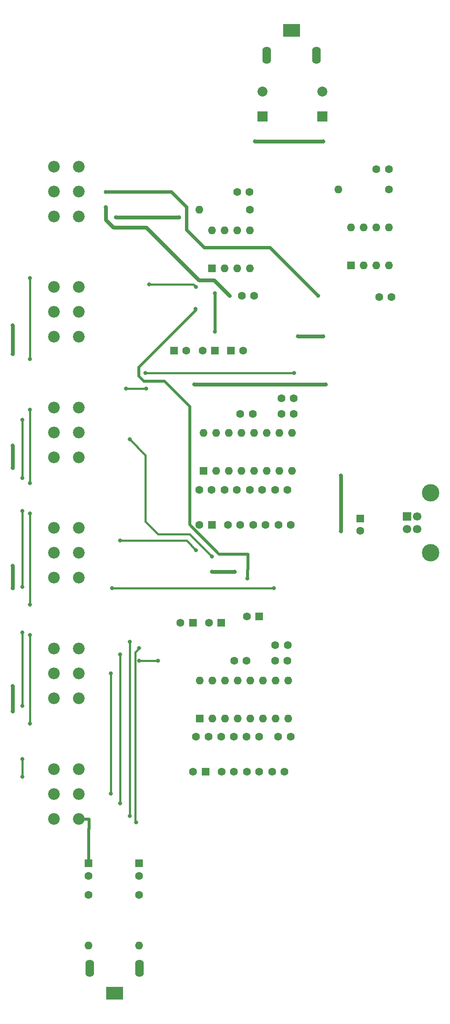
<source format=gbr>
G04 #@! TF.GenerationSoftware,KiCad,Pcbnew,5.0.0-fee4fd1~65~ubuntu16.04.1*
G04 #@! TF.CreationDate,2018-09-14T16:14:09+03:00*
G04 #@! TF.ProjectId,la3600_equalizer_amp,6C61333630305F657175616C697A6572,rev?*
G04 #@! TF.SameCoordinates,Original*
G04 #@! TF.FileFunction,Copper,L2,Bot,Signal*
G04 #@! TF.FilePolarity,Positive*
%FSLAX46Y46*%
G04 Gerber Fmt 4.6, Leading zero omitted, Abs format (unit mm)*
G04 Created by KiCad (PCBNEW 5.0.0-fee4fd1~65~ubuntu16.04.1) date Fri Sep 14 16:14:09 2018*
%MOMM*%
%LPD*%
G01*
G04 APERTURE LIST*
G04 #@! TA.AperFunction,ComponentPad*
%ADD10C,2.340000*%
G04 #@! TD*
G04 #@! TA.AperFunction,ComponentPad*
%ADD11R,1.600000X1.600000*%
G04 #@! TD*
G04 #@! TA.AperFunction,ComponentPad*
%ADD12C,1.600000*%
G04 #@! TD*
G04 #@! TA.AperFunction,ComponentPad*
%ADD13C,2.000000*%
G04 #@! TD*
G04 #@! TA.AperFunction,ComponentPad*
%ADD14R,2.000000X2.000000*%
G04 #@! TD*
G04 #@! TA.AperFunction,ComponentPad*
%ADD15O,1.750000X3.500000*%
G04 #@! TD*
G04 #@! TA.AperFunction,ComponentPad*
%ADD16R,3.500000X2.500000*%
G04 #@! TD*
G04 #@! TA.AperFunction,ComponentPad*
%ADD17R,1.700000X1.700000*%
G04 #@! TD*
G04 #@! TA.AperFunction,ComponentPad*
%ADD18C,1.700000*%
G04 #@! TD*
G04 #@! TA.AperFunction,ComponentPad*
%ADD19C,3.500000*%
G04 #@! TD*
G04 #@! TA.AperFunction,ComponentPad*
%ADD20O,1.600000X1.600000*%
G04 #@! TD*
G04 #@! TA.AperFunction,ViaPad*
%ADD21C,0.800000*%
G04 #@! TD*
G04 #@! TA.AperFunction,Conductor*
%ADD22C,0.400000*%
G04 #@! TD*
G04 #@! TA.AperFunction,Conductor*
%ADD23C,0.800000*%
G04 #@! TD*
G04 #@! TA.AperFunction,Conductor*
%ADD24C,0.600000*%
G04 #@! TD*
G04 #@! TA.AperFunction,Conductor*
%ADD25C,0.700000*%
G04 #@! TD*
G04 APERTURE END LIST*
D10*
G04 #@! TO.P,22K4,4*
G04 #@! TO.N,Net-(22K1-Pad4)*
X41830000Y-96113600D03*
G04 #@! TO.P,22K4,5*
G04 #@! TO.N,Net-(22K4-Pad5)*
X41830000Y-101113600D03*
G04 #@! TO.P,22K4,6*
G04 #@! TO.N,Net-(22K1-Pad6)*
X41830000Y-106113600D03*
G04 #@! TO.P,22K4,1*
G04 #@! TO.N,Net-(22K1-Pad1)*
X36830000Y-96113600D03*
G04 #@! TO.P,22K4,2*
G04 #@! TO.N,Net-(22K4-Pad2)*
X36830000Y-101113600D03*
G04 #@! TO.P,22K4,3*
G04 #@! TO.N,Net-(22K1-Pad3)*
X36830000Y-106113600D03*
G04 #@! TD*
G04 #@! TO.P,22K2,4*
G04 #@! TO.N,Net-(22K1-Pad4)*
X41830000Y-144475200D03*
G04 #@! TO.P,22K2,5*
G04 #@! TO.N,Net-(22K2-Pad5)*
X41830000Y-149475200D03*
G04 #@! TO.P,22K2,6*
G04 #@! TO.N,Net-(22K1-Pad6)*
X41830000Y-154475200D03*
G04 #@! TO.P,22K2,1*
G04 #@! TO.N,Net-(22K1-Pad1)*
X36830000Y-144475200D03*
G04 #@! TO.P,22K2,2*
G04 #@! TO.N,Net-(22K2-Pad2)*
X36830000Y-149475200D03*
G04 #@! TO.P,22K2,3*
G04 #@! TO.N,Net-(22K1-Pad3)*
X36830000Y-154475200D03*
G04 #@! TD*
G04 #@! TO.P,22K1,3*
G04 #@! TO.N,Net-(22K1-Pad3)*
X36830000Y-178656000D03*
G04 #@! TO.P,22K1,2*
G04 #@! TO.N,Net-(22K1-Pad2)*
X36830000Y-173656000D03*
G04 #@! TO.P,22K1,1*
G04 #@! TO.N,Net-(22K1-Pad1)*
X36830000Y-168656000D03*
G04 #@! TO.P,22K1,6*
G04 #@! TO.N,Net-(22K1-Pad6)*
X41830000Y-178656000D03*
G04 #@! TO.P,22K1,5*
G04 #@! TO.N,Net-(22K1-Pad5)*
X41830000Y-173656000D03*
G04 #@! TO.P,22K1,4*
G04 #@! TO.N,Net-(22K1-Pad4)*
X41830000Y-168656000D03*
G04 #@! TD*
G04 #@! TO.P,22K3,3*
G04 #@! TO.N,Net-(22K1-Pad3)*
X36830000Y-130294400D03*
G04 #@! TO.P,22K3,2*
G04 #@! TO.N,Net-(22K3-Pad2)*
X36830000Y-125294400D03*
G04 #@! TO.P,22K3,1*
G04 #@! TO.N,Net-(22K1-Pad1)*
X36830000Y-120294400D03*
G04 #@! TO.P,22K3,6*
G04 #@! TO.N,Net-(22K1-Pad6)*
X41830000Y-130294400D03*
G04 #@! TO.P,22K3,5*
G04 #@! TO.N,Net-(22K3-Pad5)*
X41830000Y-125294400D03*
G04 #@! TO.P,22K3,4*
G04 #@! TO.N,Net-(22K1-Pad4)*
X41830000Y-120294400D03*
G04 #@! TD*
G04 #@! TO.P,22K5,3*
G04 #@! TO.N,Net-(22K1-Pad3)*
X36830000Y-81932800D03*
G04 #@! TO.P,22K5,2*
G04 #@! TO.N,Net-(22K5-Pad2)*
X36830000Y-76932800D03*
G04 #@! TO.P,22K5,1*
G04 #@! TO.N,Net-(22K1-Pad1)*
X36830000Y-71932800D03*
G04 #@! TO.P,22K5,6*
G04 #@! TO.N,Net-(22K1-Pad6)*
X41830000Y-81932800D03*
G04 #@! TO.P,22K5,5*
G04 #@! TO.N,Net-(22K5-Pad5)*
X41830000Y-76932800D03*
G04 #@! TO.P,22K5,4*
G04 #@! TO.N,Net-(22K1-Pad4)*
X41830000Y-71932800D03*
G04 #@! TD*
G04 #@! TO.P,22K6,4*
G04 #@! TO.N,Net-(22K6-Pad4)*
X41830000Y-47752000D03*
G04 #@! TO.P,22K6,5*
G04 #@! TO.N,Net-(22K6-Pad5)*
X41830000Y-52752000D03*
G04 #@! TO.P,22K6,6*
G04 #@! TO.N,GND*
X41830000Y-57752000D03*
G04 #@! TO.P,22K6,1*
G04 #@! TO.N,Net-(22K6-Pad1)*
X36830000Y-47752000D03*
G04 #@! TO.P,22K6,2*
G04 #@! TO.N,Net-(22K6-Pad2)*
X36830000Y-52752000D03*
G04 #@! TO.P,22K6,3*
G04 #@! TO.N,GND*
X36830000Y-57752000D03*
G04 #@! TD*
D11*
G04 #@! TO.P,C1,1*
G04 #@! TO.N,Vcc*
X98425000Y-118364000D03*
D12*
G04 #@! TO.P,C1,2*
G04 #@! TO.N,GND*
X98425000Y-120864000D03*
G04 #@! TD*
G04 #@! TO.P,C2,2*
G04 #@! TO.N,Net-(C2-Pad2)*
X53975000Y-190079000D03*
D11*
G04 #@! TO.P,C2,1*
G04 #@! TO.N,Net-(22K1-Pad3)*
X53975000Y-187579000D03*
G04 #@! TD*
G04 #@! TO.P,C3,1*
G04 #@! TO.N,Net-(22K1-Pad6)*
X43815000Y-187579000D03*
D12*
G04 #@! TO.P,C3,2*
G04 #@! TO.N,Net-(C3-Pad2)*
X43815000Y-190079000D03*
G04 #@! TD*
G04 #@! TO.P,C4,2*
G04 #@! TO.N,Net-(22K1-Pad2)*
X66080000Y-119634000D03*
D11*
G04 #@! TO.P,C4,1*
G04 #@! TO.N,Net-(C4-Pad1)*
X68580000Y-119634000D03*
G04 #@! TD*
D12*
G04 #@! TO.P,C5,2*
G04 #@! TO.N,Net-(22K2-Pad2)*
X71795000Y-119634000D03*
G04 #@! TO.P,C5,1*
G04 #@! TO.N,Net-(C5-Pad1)*
X74295000Y-119634000D03*
G04 #@! TD*
G04 #@! TO.P,C6,1*
G04 #@! TO.N,Net-(C10-Pad2)*
X79375000Y-119634000D03*
G04 #@! TO.P,C6,2*
G04 #@! TO.N,Net-(22K3-Pad2)*
X76875000Y-119634000D03*
G04 #@! TD*
G04 #@! TO.P,C7,1*
G04 #@! TO.N,Net-(C11-Pad2)*
X84455000Y-119634000D03*
G04 #@! TO.P,C7,2*
G04 #@! TO.N,Net-(22K4-Pad2)*
X81955000Y-119634000D03*
G04 #@! TD*
G04 #@! TO.P,C8,1*
G04 #@! TO.N,Net-(C8-Pad1)*
X66040000Y-112649000D03*
G04 #@! TO.P,C8,2*
G04 #@! TO.N,Net-(C4-Pad1)*
X68540000Y-112649000D03*
G04 #@! TD*
G04 #@! TO.P,C9,1*
G04 #@! TO.N,Net-(C9-Pad1)*
X71120000Y-112649000D03*
G04 #@! TO.P,C9,2*
G04 #@! TO.N,Net-(C5-Pad1)*
X73620000Y-112649000D03*
G04 #@! TD*
G04 #@! TO.P,C10,2*
G04 #@! TO.N,Net-(C10-Pad2)*
X78700000Y-112649000D03*
G04 #@! TO.P,C10,1*
G04 #@! TO.N,Net-(C10-Pad1)*
X76200000Y-112649000D03*
G04 #@! TD*
G04 #@! TO.P,C11,2*
G04 #@! TO.N,Net-(C11-Pad2)*
X83780000Y-112649000D03*
G04 #@! TO.P,C11,1*
G04 #@! TO.N,Net-(C11-Pad1)*
X81280000Y-112649000D03*
G04 #@! TD*
D11*
G04 #@! TO.P,C12,1*
G04 #@! TO.N,Net-(C12-Pad1)*
X67310000Y-169164000D03*
D12*
G04 #@! TO.P,C12,2*
G04 #@! TO.N,Net-(22K1-Pad5)*
X64810000Y-169164000D03*
G04 #@! TD*
G04 #@! TO.P,C13,2*
G04 #@! TO.N,Net-(22K2-Pad5)*
X70525000Y-169164000D03*
G04 #@! TO.P,C13,1*
G04 #@! TO.N,Net-(C13-Pad1)*
X73025000Y-169164000D03*
G04 #@! TD*
G04 #@! TO.P,C14,1*
G04 #@! TO.N,Net-(C14-Pad1)*
X78105000Y-169164000D03*
G04 #@! TO.P,C14,2*
G04 #@! TO.N,Net-(22K3-Pad5)*
X75605000Y-169164000D03*
G04 #@! TD*
G04 #@! TO.P,C15,1*
G04 #@! TO.N,Net-(C15-Pad1)*
X83185000Y-169164000D03*
G04 #@! TO.P,C15,2*
G04 #@! TO.N,Net-(22K4-Pad5)*
X80685000Y-169164000D03*
G04 #@! TD*
G04 #@! TO.P,C16,1*
G04 #@! TO.N,Net-(C16-Pad1)*
X65405000Y-162179000D03*
G04 #@! TO.P,C16,2*
G04 #@! TO.N,Net-(C12-Pad1)*
X67905000Y-162179000D03*
G04 #@! TD*
G04 #@! TO.P,C17,2*
G04 #@! TO.N,Net-(C13-Pad1)*
X72985000Y-162179000D03*
G04 #@! TO.P,C17,1*
G04 #@! TO.N,Net-(C17-Pad1)*
X70485000Y-162179000D03*
G04 #@! TD*
G04 #@! TO.P,C18,2*
G04 #@! TO.N,Net-(C14-Pad1)*
X78065000Y-162179000D03*
G04 #@! TO.P,C18,1*
G04 #@! TO.N,Net-(C18-Pad1)*
X75565000Y-162179000D03*
G04 #@! TD*
G04 #@! TO.P,C19,2*
G04 #@! TO.N,Net-(C15-Pad1)*
X84415000Y-162179000D03*
G04 #@! TO.P,C19,1*
G04 #@! TO.N,Net-(C19-Pad1)*
X81915000Y-162179000D03*
G04 #@! TD*
G04 #@! TO.P,C20,2*
G04 #@! TO.N,GND*
X66715000Y-84709000D03*
D11*
G04 #@! TO.P,C20,1*
G04 #@! TO.N,Vcc*
X69215000Y-84709000D03*
G04 #@! TD*
D12*
G04 #@! TO.P,C21,1*
G04 #@! TO.N,Net-(C21-Pad1)*
X82550000Y-97409000D03*
G04 #@! TO.P,C21,2*
G04 #@! TO.N,Net-(C21-Pad2)*
X85050000Y-97409000D03*
G04 #@! TD*
D11*
G04 #@! TO.P,C22,1*
G04 #@! TO.N,Vcc*
X70485000Y-139319000D03*
D12*
G04 #@! TO.P,C22,2*
G04 #@! TO.N,GND*
X67985000Y-139319000D03*
G04 #@! TD*
G04 #@! TO.P,C23,1*
G04 #@! TO.N,Net-(22K5-Pad2)*
X85050000Y-94234000D03*
G04 #@! TO.P,C23,2*
G04 #@! TO.N,Net-(C21-Pad1)*
X82550000Y-94234000D03*
G04 #@! TD*
G04 #@! TO.P,C24,2*
G04 #@! TO.N,GND*
X63460000Y-84709000D03*
D11*
G04 #@! TO.P,C24,1*
G04 #@! TO.N,Net-(C24-Pad1)*
X60960000Y-84709000D03*
G04 #@! TD*
D12*
G04 #@! TO.P,C25,1*
G04 #@! TO.N,Net-(C25-Pad1)*
X81280000Y-146939000D03*
G04 #@! TO.P,C25,2*
G04 #@! TO.N,Net-(C25-Pad2)*
X83780000Y-146939000D03*
G04 #@! TD*
G04 #@! TO.P,C26,1*
G04 #@! TO.N,Net-(C26-Pad1)*
X74295000Y-97409000D03*
G04 #@! TO.P,C26,2*
G04 #@! TO.N,Net-(22K1-Pad1)*
X76795000Y-97409000D03*
G04 #@! TD*
G04 #@! TO.P,C27,2*
G04 #@! TO.N,Net-(C25-Pad1)*
X81320000Y-143764000D03*
G04 #@! TO.P,C27,1*
G04 #@! TO.N,Net-(22K5-Pad5)*
X83820000Y-143764000D03*
G04 #@! TD*
G04 #@! TO.P,C28,2*
G04 #@! TO.N,GND*
X62270000Y-139319000D03*
D11*
G04 #@! TO.P,C28,1*
G04 #@! TO.N,Net-(C28-Pad1)*
X64770000Y-139319000D03*
G04 #@! TD*
D12*
G04 #@! TO.P,C29,2*
G04 #@! TO.N,Net-(22K1-Pad4)*
X75565000Y-146939000D03*
G04 #@! TO.P,C29,1*
G04 #@! TO.N,Net-(C29-Pad1)*
X73065000Y-146939000D03*
G04 #@! TD*
D11*
G04 #@! TO.P,C30,1*
G04 #@! TO.N,Net-(C26-Pad1)*
X72390000Y-84709000D03*
D12*
G04 #@! TO.P,C30,2*
G04 #@! TO.N,Net-(22K6-Pad1)*
X74890000Y-84709000D03*
G04 #@! TD*
D11*
G04 #@! TO.P,C31,1*
G04 #@! TO.N,Net-(C29-Pad1)*
X78105000Y-138049000D03*
D12*
G04 #@! TO.P,C31,2*
G04 #@! TO.N,Net-(22K6-Pad4)*
X75605000Y-138049000D03*
G04 #@! TD*
G04 #@! TO.P,C32,1*
G04 #@! TO.N,Net-(C32-Pad1)*
X77089000Y-73723500D03*
G04 #@! TO.P,C32,2*
G04 #@! TO.N,Net-(22K6-Pad2)*
X74589000Y-73723500D03*
G04 #@! TD*
G04 #@! TO.P,C33,2*
G04 #@! TO.N,Net-(22K6-Pad5)*
X102211500Y-73914000D03*
G04 #@! TO.P,C33,1*
G04 #@! TO.N,Net-(C33-Pad1)*
X104711500Y-73914000D03*
G04 #@! TD*
G04 #@! TO.P,C34,2*
G04 #@! TO.N,GND*
X76160000Y-52832000D03*
G04 #@! TO.P,C34,1*
G04 #@! TO.N,Net-(C34-Pad1)*
X73660000Y-52832000D03*
G04 #@! TD*
G04 #@! TO.P,C35,2*
G04 #@! TO.N,GND*
X104140000Y-48260000D03*
G04 #@! TO.P,C35,1*
G04 #@! TO.N,Net-(C35-Pad1)*
X101640000Y-48260000D03*
G04 #@! TD*
D13*
G04 #@! TO.P,C36,2*
G04 #@! TO.N,Net-(C36-Pad2)*
X78740000Y-32719000D03*
D14*
G04 #@! TO.P,C36,1*
G04 #@! TO.N,Net-(C36-Pad1)*
X78740000Y-37719000D03*
G04 #@! TD*
G04 #@! TO.P,C37,1*
G04 #@! TO.N,Net-(C37-Pad1)*
X90805000Y-37719000D03*
D13*
G04 #@! TO.P,C37,2*
G04 #@! TO.N,Net-(C37-Pad2)*
X90805000Y-32719000D03*
G04 #@! TD*
D15*
G04 #@! TO.P,J1,3*
G04 #@! TO.N,Net-(J1-Pad3)*
X54022000Y-208680000D03*
G04 #@! TO.P,J1,2*
G04 #@! TO.N,Net-(J1-Pad2)*
X44022000Y-208680000D03*
D16*
G04 #@! TO.P,J1,1*
G04 #@! TO.N,GND*
X49022000Y-213686000D03*
G04 #@! TD*
G04 #@! TO.P,J2,1*
G04 #@! TO.N,GND*
X84582000Y-20447000D03*
D15*
G04 #@! TO.P,J2,2*
G04 #@! TO.N,Net-(C36-Pad2)*
X89582000Y-25453000D03*
G04 #@! TO.P,J2,3*
G04 #@! TO.N,Net-(C37-Pad2)*
X79582000Y-25453000D03*
G04 #@! TD*
D17*
G04 #@! TO.P,J3,1*
G04 #@! TO.N,Vcc*
X107823000Y-117983000D03*
D18*
G04 #@! TO.P,J3,2*
G04 #@! TO.N,Net-(J3-Pad2)*
X107823000Y-120483000D03*
G04 #@! TO.P,J3,3*
G04 #@! TO.N,Net-(J3-Pad3)*
X109823000Y-120483000D03*
G04 #@! TO.P,J3,4*
G04 #@! TO.N,GND*
X109823000Y-117983000D03*
D19*
G04 #@! TO.P,J3,5*
G04 #@! TO.N,Net-(J3-Pad5)*
X112533000Y-113213000D03*
X112533000Y-125253000D03*
G04 #@! TD*
D12*
G04 #@! TO.P,R1,1*
G04 #@! TO.N,Net-(C2-Pad2)*
X53975000Y-193929000D03*
D20*
G04 #@! TO.P,R1,2*
G04 #@! TO.N,Net-(J1-Pad3)*
X53975000Y-204089000D03*
G04 #@! TD*
G04 #@! TO.P,R2,2*
G04 #@! TO.N,Net-(J1-Pad2)*
X43815000Y-204089000D03*
D12*
G04 #@! TO.P,R2,1*
G04 #@! TO.N,Net-(C3-Pad2)*
X43815000Y-193929000D03*
G04 #@! TD*
D20*
G04 #@! TO.P,R3,2*
G04 #@! TO.N,Net-(C34-Pad1)*
X66040000Y-56388000D03*
D12*
G04 #@! TO.P,R3,1*
G04 #@! TO.N,Net-(C36-Pad1)*
X76200000Y-56388000D03*
G04 #@! TD*
G04 #@! TO.P,R4,1*
G04 #@! TO.N,Net-(C37-Pad1)*
X104140000Y-52324000D03*
D20*
G04 #@! TO.P,R4,2*
G04 #@! TO.N,Net-(C35-Pad1)*
X93980000Y-52324000D03*
G04 #@! TD*
D11*
G04 #@! TO.P,U1,1*
G04 #@! TO.N,Net-(C8-Pad1)*
X66929000Y-108839000D03*
D20*
G04 #@! TO.P,U1,9*
G04 #@! TO.N,Net-(C21-Pad2)*
X84709000Y-101219000D03*
G04 #@! TO.P,U1,2*
G04 #@! TO.N,Net-(C4-Pad1)*
X69469000Y-108839000D03*
G04 #@! TO.P,U1,10*
G04 #@! TO.N,Net-(C21-Pad1)*
X82169000Y-101219000D03*
G04 #@! TO.P,U1,3*
G04 #@! TO.N,Net-(C9-Pad1)*
X72009000Y-108839000D03*
G04 #@! TO.P,U1,11*
G04 #@! TO.N,Net-(22K1-Pad3)*
X79629000Y-101219000D03*
G04 #@! TO.P,U1,4*
G04 #@! TO.N,Net-(C5-Pad1)*
X74549000Y-108839000D03*
G04 #@! TO.P,U1,12*
G04 #@! TO.N,Net-(22K1-Pad1)*
X77089000Y-101219000D03*
G04 #@! TO.P,U1,5*
G04 #@! TO.N,Net-(C10-Pad1)*
X77089000Y-108839000D03*
G04 #@! TO.P,U1,13*
G04 #@! TO.N,Net-(C26-Pad1)*
X74549000Y-101219000D03*
G04 #@! TO.P,U1,6*
G04 #@! TO.N,Net-(C10-Pad2)*
X79629000Y-108839000D03*
G04 #@! TO.P,U1,14*
G04 #@! TO.N,Vcc*
X72009000Y-101219000D03*
G04 #@! TO.P,U1,7*
G04 #@! TO.N,Net-(C11-Pad1)*
X82169000Y-108839000D03*
G04 #@! TO.P,U1,15*
G04 #@! TO.N,Net-(C24-Pad1)*
X69469000Y-101219000D03*
G04 #@! TO.P,U1,8*
G04 #@! TO.N,Net-(C11-Pad2)*
X84709000Y-108839000D03*
G04 #@! TO.P,U1,16*
G04 #@! TO.N,GND*
X66929000Y-101219000D03*
G04 #@! TD*
G04 #@! TO.P,U2,16*
G04 #@! TO.N,GND*
X66167000Y-150876000D03*
G04 #@! TO.P,U2,8*
G04 #@! TO.N,Net-(C15-Pad1)*
X83947000Y-158496000D03*
G04 #@! TO.P,U2,15*
G04 #@! TO.N,Net-(C28-Pad1)*
X68707000Y-150876000D03*
G04 #@! TO.P,U2,7*
G04 #@! TO.N,Net-(C19-Pad1)*
X81407000Y-158496000D03*
G04 #@! TO.P,U2,14*
G04 #@! TO.N,Vcc*
X71247000Y-150876000D03*
G04 #@! TO.P,U2,6*
G04 #@! TO.N,Net-(C14-Pad1)*
X78867000Y-158496000D03*
G04 #@! TO.P,U2,13*
G04 #@! TO.N,Net-(C29-Pad1)*
X73787000Y-150876000D03*
G04 #@! TO.P,U2,5*
G04 #@! TO.N,Net-(C18-Pad1)*
X76327000Y-158496000D03*
G04 #@! TO.P,U2,12*
G04 #@! TO.N,Net-(22K1-Pad4)*
X76327000Y-150876000D03*
G04 #@! TO.P,U2,4*
G04 #@! TO.N,Net-(C13-Pad1)*
X73787000Y-158496000D03*
G04 #@! TO.P,U2,11*
G04 #@! TO.N,Net-(22K1-Pad6)*
X78867000Y-150876000D03*
G04 #@! TO.P,U2,3*
G04 #@! TO.N,Net-(C17-Pad1)*
X71247000Y-158496000D03*
G04 #@! TO.P,U2,10*
G04 #@! TO.N,Net-(C25-Pad1)*
X81407000Y-150876000D03*
G04 #@! TO.P,U2,2*
G04 #@! TO.N,Net-(C12-Pad1)*
X68707000Y-158496000D03*
G04 #@! TO.P,U2,9*
G04 #@! TO.N,Net-(C25-Pad2)*
X83947000Y-150876000D03*
D11*
G04 #@! TO.P,U2,1*
G04 #@! TO.N,Net-(C16-Pad1)*
X66167000Y-158496000D03*
G04 #@! TD*
G04 #@! TO.P,U4,1*
G04 #@! TO.N,Net-(U4-Pad1)*
X96520000Y-67564000D03*
D20*
G04 #@! TO.P,U4,5*
G04 #@! TO.N,Net-(C37-Pad1)*
X104140000Y-59944000D03*
G04 #@! TO.P,U4,2*
G04 #@! TO.N,GND*
X99060000Y-67564000D03*
G04 #@! TO.P,U4,6*
G04 #@! TO.N,Vcc*
X101600000Y-59944000D03*
G04 #@! TO.P,U4,3*
G04 #@! TO.N,Net-(C33-Pad1)*
X101600000Y-67564000D03*
G04 #@! TO.P,U4,7*
G04 #@! TO.N,Net-(U4-Pad7)*
X99060000Y-59944000D03*
G04 #@! TO.P,U4,4*
G04 #@! TO.N,GND*
X104140000Y-67564000D03*
G04 #@! TO.P,U4,8*
G04 #@! TO.N,Net-(U4-Pad8)*
X96520000Y-59944000D03*
G04 #@! TD*
D11*
G04 #@! TO.P,U3,1*
G04 #@! TO.N,Net-(U3-Pad1)*
X68580000Y-68199000D03*
D20*
G04 #@! TO.P,U3,5*
G04 #@! TO.N,Net-(C36-Pad1)*
X76200000Y-60579000D03*
G04 #@! TO.P,U3,2*
G04 #@! TO.N,GND*
X71120000Y-68199000D03*
G04 #@! TO.P,U3,6*
G04 #@! TO.N,Vcc*
X73660000Y-60579000D03*
G04 #@! TO.P,U3,3*
G04 #@! TO.N,Net-(C32-Pad1)*
X73660000Y-68199000D03*
G04 #@! TO.P,U3,7*
G04 #@! TO.N,Net-(U3-Pad7)*
X71120000Y-60579000D03*
G04 #@! TO.P,U3,4*
G04 #@! TO.N,GND*
X76200000Y-68199000D03*
G04 #@! TO.P,U3,8*
G04 #@! TO.N,Net-(U3-Pad8)*
X68580000Y-60579000D03*
G04 #@! TD*
D21*
G04 #@! TO.N,Net-(22K1-Pad3)*
X55372000Y-92329000D03*
X51308000Y-92329000D03*
G04 #@! TO.N,Net-(22K1-Pad1)*
X28575000Y-157099000D03*
X28575000Y-152019000D03*
X28575000Y-132334000D03*
X28575000Y-127889000D03*
X28575000Y-108204000D03*
X28575000Y-103759000D03*
X28575000Y-85344000D03*
X28575000Y-79629000D03*
X65405000Y-71882000D03*
X56007000Y-71374000D03*
G04 #@! TO.N,Net-(22K1-Pad6)*
X30480000Y-170180000D03*
X30480000Y-166624000D03*
X30480000Y-132080000D03*
X30480000Y-110236000D03*
X30480000Y-98552000D03*
X30480000Y-116840000D03*
X30480000Y-155956000D03*
X30480000Y-141224000D03*
G04 #@! TO.N,Net-(22K1-Pad4)*
X32004000Y-86360000D03*
X32004000Y-159512000D03*
X32004000Y-96520000D03*
X32004000Y-141732000D03*
X32004000Y-135636000D03*
X32004000Y-117348000D03*
X32004000Y-111252000D03*
X81026000Y-132334000D03*
X48514000Y-132334000D03*
X32004000Y-70104000D03*
G04 #@! TO.N,Net-(22K2-Pad5)*
X48260000Y-149479000D03*
X48260000Y-173609000D03*
G04 #@! TO.N,Net-(22K2-Pad2)*
X53975000Y-146939000D03*
X57785000Y-146939000D03*
G04 #@! TO.N,Net-(22K3-Pad2)*
X50165000Y-122809000D03*
X65405000Y-124714000D03*
G04 #@! TO.N,Net-(22K3-Pad5)*
X50165000Y-145669000D03*
X50165000Y-175514000D03*
G04 #@! TO.N,Net-(22K4-Pad5)*
X52070000Y-143129000D03*
X52070000Y-178054000D03*
G04 #@! TO.N,Net-(22K4-Pad2)*
X52070000Y-102489000D03*
X68580000Y-125984000D03*
G04 #@! TO.N,Net-(22K5-Pad2)*
X55245000Y-89154000D03*
X85090000Y-89154000D03*
G04 #@! TO.N,Net-(22K5-Pad5)*
X53975000Y-144399000D03*
X53340000Y-179324000D03*
G04 #@! TO.N,Net-(22K6-Pad4)*
X65278000Y-76327000D03*
X75692000Y-130429000D03*
G04 #@! TO.N,Net-(22K6-Pad5)*
X89916000Y-73660000D03*
X47244000Y-52832000D03*
G04 #@! TO.N,GND*
X49276000Y-57912000D03*
X61976000Y-57912000D03*
X94488000Y-120904000D03*
X94488000Y-109728000D03*
X90932000Y-42672000D03*
X77216000Y-42672000D03*
X85852000Y-81788000D03*
X90932000Y-81788000D03*
X68580000Y-129032000D03*
X73152000Y-129032000D03*
X65024000Y-91440000D03*
X91440000Y-91440000D03*
G04 #@! TO.N,Net-(22K6-Pad2)*
X72136000Y-73660000D03*
X47244000Y-55880000D03*
G04 #@! TO.N,Vcc*
X69215000Y-80899000D03*
X69215000Y-73152000D03*
G04 #@! TD*
D22*
G04 #@! TO.N,Net-(22K1-Pad3)*
X55372000Y-92329000D02*
X51308000Y-92329000D01*
D23*
G04 #@! TO.N,Net-(22K1-Pad1)*
X28575000Y-157099000D02*
X28575000Y-152019000D01*
X28575000Y-132334000D02*
X28575000Y-127889000D01*
X28575000Y-108204000D02*
X28575000Y-103759000D01*
X28575000Y-85344000D02*
X28575000Y-79629000D01*
D22*
X64897000Y-71374000D02*
X56007000Y-71374000D01*
X65405000Y-71882000D02*
X64897000Y-71374000D01*
D24*
G04 #@! TO.N,Net-(22K1-Pad6)*
X41830000Y-178656000D02*
X43848000Y-178656000D01*
X43848000Y-180608000D02*
X43848000Y-178656000D01*
X43815000Y-180641000D02*
X43848000Y-180608000D01*
X43815000Y-187579000D02*
X43815000Y-180641000D01*
D22*
X30480000Y-170180000D02*
X30480000Y-166624000D01*
X30480000Y-110236000D02*
X30480000Y-98552000D01*
X30480000Y-128016000D02*
X30480000Y-116840000D01*
X30480000Y-132080000D02*
X30480000Y-128016000D01*
X30480000Y-128016000D02*
X30480000Y-127508000D01*
X30480000Y-150876000D02*
X30480000Y-141224000D01*
X30480000Y-155956000D02*
X30480000Y-150876000D01*
G04 #@! TO.N,Net-(22K1-Pad4)*
X32004000Y-86360000D02*
X32004000Y-70104000D01*
X32004000Y-135636000D02*
X32004000Y-127508000D01*
X32004000Y-159512000D02*
X32004000Y-150876000D01*
X32004000Y-150876000D02*
X32004000Y-141732000D01*
X32004000Y-127508000D02*
X32004000Y-117348000D01*
X32004000Y-103632000D02*
X32004000Y-96520000D01*
X32004000Y-111252000D02*
X32004000Y-103632000D01*
X58505998Y-132334000D02*
X48514000Y-132334000D01*
X81026000Y-132334000D02*
X58505998Y-132334000D01*
G04 #@! TO.N,Net-(22K2-Pad5)*
X48260000Y-149479000D02*
X48260000Y-173609000D01*
G04 #@! TO.N,Net-(22K2-Pad2)*
X53975000Y-146939000D02*
X57785000Y-146939000D01*
G04 #@! TO.N,Net-(22K3-Pad2)*
X63500000Y-122809000D02*
X65405000Y-124714000D01*
X50165000Y-122809000D02*
X63500000Y-122809000D01*
G04 #@! TO.N,Net-(22K3-Pad5)*
X50165000Y-145669000D02*
X50165000Y-175514000D01*
G04 #@! TO.N,Net-(22K4-Pad5)*
X52070000Y-143129000D02*
X52070000Y-178054000D01*
G04 #@! TO.N,Net-(22K4-Pad2)*
X52070000Y-102489000D02*
X55245000Y-105664000D01*
X55245000Y-105664000D02*
X55245000Y-118999000D01*
X55245000Y-118999000D02*
X57785000Y-121539000D01*
X64135000Y-121539000D02*
X68580000Y-125984000D01*
X57785000Y-121539000D02*
X64135000Y-121539000D01*
G04 #@! TO.N,Net-(22K5-Pad2)*
X55245000Y-89154000D02*
X85090000Y-89154000D01*
G04 #@! TO.N,Net-(22K5-Pad5)*
X53975000Y-144399000D02*
X53340000Y-145034000D01*
X53174999Y-179158999D02*
X53340000Y-179324000D01*
X53174999Y-145199001D02*
X53174999Y-179158999D01*
X53340000Y-145034000D02*
X53174999Y-145199001D01*
D24*
G04 #@! TO.N,Net-(22K6-Pad4)*
X65278000Y-76581000D02*
X65278000Y-76327000D01*
X53848000Y-88011000D02*
X65278000Y-76581000D01*
X75819000Y-128524000D02*
X75819000Y-125476000D01*
X75692000Y-128651000D02*
X75819000Y-128524000D01*
X53848000Y-89789000D02*
X53848000Y-88011000D01*
X75819000Y-125476000D02*
X69997998Y-125476000D01*
X59055000Y-90805000D02*
X54864000Y-90805000D01*
X54864000Y-90805000D02*
X53848000Y-89789000D01*
X75692000Y-130429000D02*
X75692000Y-128651000D01*
X69997998Y-125476000D02*
X64135000Y-119613002D01*
X64135000Y-119613002D02*
X64135000Y-95885000D01*
X64135000Y-95885000D02*
X59055000Y-90805000D01*
D25*
G04 #@! TO.N,Net-(22K6-Pad5)*
X89916000Y-73660000D02*
X80264000Y-64008000D01*
X80264000Y-64008000D02*
X67056000Y-64008000D01*
X67056000Y-64008000D02*
X63500000Y-60452000D01*
X63500000Y-60452000D02*
X63500000Y-55880000D01*
X60452000Y-52832000D02*
X47244000Y-52832000D01*
X63500000Y-55880000D02*
X60452000Y-52832000D01*
D23*
G04 #@! TO.N,GND*
X49276000Y-57912000D02*
X61976000Y-57912000D01*
X94488000Y-120904000D02*
X94488000Y-109728000D01*
X90932000Y-42672000D02*
X77216000Y-42672000D01*
X85852000Y-81788000D02*
X90424000Y-81788000D01*
X90424000Y-81788000D02*
X90932000Y-81788000D01*
X68580000Y-129032000D02*
X73152000Y-129032000D01*
X65024000Y-91440000D02*
X91440000Y-91440000D01*
G04 #@! TO.N,Net-(22K6-Pad2)*
X69049990Y-70573990D02*
X66001990Y-70573990D01*
X72136000Y-73660000D02*
X69049990Y-70573990D01*
X66001990Y-70573990D02*
X55372000Y-59944000D01*
X55372000Y-59944000D02*
X49893773Y-59944000D01*
X49893773Y-59944000D02*
X48768000Y-59944000D01*
X47244000Y-58420000D02*
X47244000Y-55880000D01*
X48768000Y-59944000D02*
X47244000Y-58420000D01*
D24*
G04 #@! TO.N,Vcc*
X69215000Y-80899000D02*
X69215000Y-73152000D01*
G04 #@! TD*
M02*

</source>
